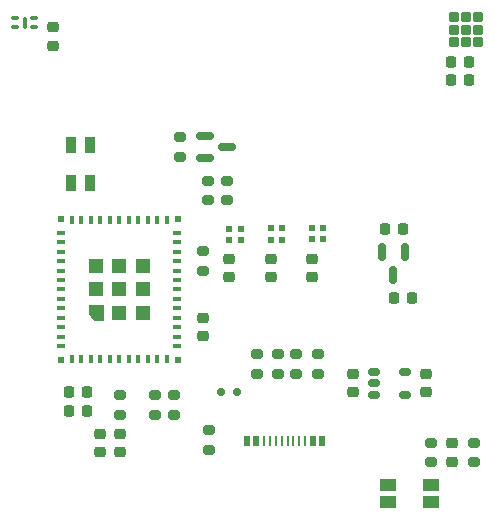
<source format=gbr>
%TF.GenerationSoftware,KiCad,Pcbnew,9.0.1*%
%TF.CreationDate,2025-11-13T12:09:59-06:00*%
%TF.ProjectId,AirCube,41697243-7562-4652-9e6b-696361645f70,rev?*%
%TF.SameCoordinates,Original*%
%TF.FileFunction,Paste,Top*%
%TF.FilePolarity,Positive*%
%FSLAX46Y46*%
G04 Gerber Fmt 4.6, Leading zero omitted, Abs format (unit mm)*
G04 Created by KiCad (PCBNEW 9.0.1) date 2025-11-13 12:09:59*
%MOMM*%
%LPD*%
G01*
G04 APERTURE LIST*
G04 Aperture macros list*
%AMRoundRect*
0 Rectangle with rounded corners*
0 $1 Rounding radius*
0 $2 $3 $4 $5 $6 $7 $8 $9 X,Y pos of 4 corners*
0 Add a 4 corners polygon primitive as box body*
4,1,4,$2,$3,$4,$5,$6,$7,$8,$9,$2,$3,0*
0 Add four circle primitives for the rounded corners*
1,1,$1+$1,$2,$3*
1,1,$1+$1,$4,$5*
1,1,$1+$1,$6,$7*
1,1,$1+$1,$8,$9*
0 Add four rect primitives between the rounded corners*
20,1,$1+$1,$2,$3,$4,$5,0*
20,1,$1+$1,$4,$5,$6,$7,0*
20,1,$1+$1,$6,$7,$8,$9,0*
20,1,$1+$1,$8,$9,$2,$3,0*%
G04 Aperture macros list end*
%ADD10C,0.010000*%
%ADD11RoundRect,0.200000X0.275000X-0.200000X0.275000X0.200000X-0.275000X0.200000X-0.275000X-0.200000X0*%
%ADD12RoundRect,0.225000X0.225000X0.250000X-0.225000X0.250000X-0.225000X-0.250000X0.225000X-0.250000X0*%
%ADD13R,0.320000X0.640000*%
%ADD14R,0.640000X0.320000*%
%ADD15R,1.160000X1.160000*%
%ADD16R,0.560000X0.560000*%
%ADD17R,0.558800X0.558800*%
%ADD18RoundRect,0.100000X0.200000X0.100000X-0.200000X0.100000X-0.200000X-0.100000X0.200000X-0.100000X0*%
%ADD19RoundRect,0.097500X0.097500X0.382500X-0.097500X0.382500X-0.097500X-0.382500X0.097500X-0.382500X0*%
%ADD20RoundRect,0.225000X-0.250000X0.225000X-0.250000X-0.225000X0.250000X-0.225000X0.250000X0.225000X0*%
%ADD21RoundRect,0.200000X-0.275000X0.200000X-0.275000X-0.200000X0.275000X-0.200000X0.275000X0.200000X0*%
%ADD22RoundRect,0.225000X-0.225000X-0.250000X0.225000X-0.250000X0.225000X0.250000X-0.225000X0.250000X0*%
%ADD23RoundRect,0.150000X-0.150000X0.587500X-0.150000X-0.587500X0.150000X-0.587500X0.150000X0.587500X0*%
%ADD24RoundRect,0.150000X-0.150000X-0.200000X0.150000X-0.200000X0.150000X0.200000X-0.150000X0.200000X0*%
%ADD25RoundRect,0.175000X-0.325000X0.175000X-0.325000X-0.175000X0.325000X-0.175000X0.325000X0.175000X0*%
%ADD26R,0.480000X0.920000*%
%ADD27R,0.240000X0.920000*%
%ADD28R,0.812800X1.422400*%
%ADD29RoundRect,0.212500X0.212500X0.212500X-0.212500X0.212500X-0.212500X-0.212500X0.212500X-0.212500X0*%
%ADD30R,1.400000X1.050000*%
%ADD31RoundRect,0.150000X-0.587500X-0.150000X0.587500X-0.150000X0.587500X0.150000X-0.587500X0.150000X0*%
G04 APERTURE END LIST*
D10*
%TO.C,U7*%
X33850000Y-69800000D02*
X33100000Y-69800000D01*
X32600000Y-69300000D01*
X32600000Y-68550000D01*
X33850000Y-68550000D01*
X33850000Y-69800000D01*
G36*
X33850000Y-69800000D02*
G01*
X33100000Y-69800000D01*
X32600000Y-69300000D01*
X32600000Y-68550000D01*
X33850000Y-68550000D01*
X33850000Y-69800000D01*
G37*
%TD*%
D11*
%TO.C,R10*%
X38200000Y-77825000D03*
X38200000Y-76175000D03*
%TD*%
D12*
%TO.C,C15*%
X64800000Y-47900000D03*
X63250000Y-47900000D03*
%TD*%
D13*
%TO.C,U7*%
X31200000Y-73100000D03*
X32000000Y-73100000D03*
X32800000Y-73100000D03*
X33600000Y-73100000D03*
X34400000Y-73100000D03*
X35200000Y-73100000D03*
X36000000Y-73100000D03*
X36800000Y-73100000D03*
X37600000Y-73100000D03*
X38400000Y-73100000D03*
X39200000Y-73100000D03*
D14*
X40100000Y-72000000D03*
X40100000Y-71200000D03*
X40100000Y-70400000D03*
X40100000Y-69600000D03*
X40100000Y-68800000D03*
X40100000Y-68000000D03*
X40100000Y-67200000D03*
X40100000Y-66400000D03*
X40100000Y-65600000D03*
X40100000Y-64800000D03*
X40100000Y-64000000D03*
X40100000Y-63200000D03*
X40100000Y-62400000D03*
D13*
X39200000Y-61300000D03*
X38400000Y-61300000D03*
X37600000Y-61300000D03*
X36800000Y-61300000D03*
X36000000Y-61300000D03*
X35200000Y-61300000D03*
X34400000Y-61300000D03*
X33600000Y-61300000D03*
X32800000Y-61300000D03*
X32000000Y-61300000D03*
X31200000Y-61300000D03*
D14*
X30300000Y-62400000D03*
X30300000Y-63200000D03*
X30300000Y-64000000D03*
X30300000Y-64800000D03*
X30300000Y-65600000D03*
X30300000Y-66400000D03*
X30300000Y-67200000D03*
X30300000Y-68000000D03*
X30300000Y-68800000D03*
X30300000Y-69600000D03*
X30300000Y-70400000D03*
X30300000Y-71200000D03*
X30300000Y-72000000D03*
D15*
X35200000Y-69175000D03*
X37175000Y-69175000D03*
X33225000Y-67200000D03*
X35200000Y-67200000D03*
X37175000Y-67200000D03*
X33225000Y-65225000D03*
X35200000Y-65225000D03*
X37175000Y-65225000D03*
D16*
X30250000Y-61250000D03*
X40150000Y-61250000D03*
X40150000Y-73150000D03*
X30250000Y-73150000D03*
%TD*%
D17*
%TO.C,LED1*%
X44525000Y-62050040D03*
X44525000Y-63000000D03*
X45475000Y-63000000D03*
X45475000Y-62050040D03*
%TD*%
D18*
%TO.C,U10*%
X28000000Y-45000000D03*
X28000000Y-44250000D03*
X26400000Y-44250000D03*
X26400000Y-45000000D03*
D19*
X27200000Y-44625000D03*
%TD*%
D11*
%TO.C,R18*%
X46900000Y-74325000D03*
X46900000Y-72675000D03*
%TD*%
D12*
%TO.C,C14*%
X64800000Y-49500000D03*
X63250000Y-49500000D03*
%TD*%
D20*
%TO.C,C24*%
X51500000Y-64625000D03*
X51500000Y-66175000D03*
%TD*%
D21*
%TO.C,R5*%
X44325000Y-57975000D03*
X44325000Y-59625000D03*
%TD*%
%TO.C,R19*%
X65200000Y-80175000D03*
X65200000Y-81825000D03*
%TD*%
%TO.C,R11*%
X35300000Y-76175000D03*
X35300000Y-77825000D03*
%TD*%
D20*
%TO.C,C13*%
X42300000Y-69625000D03*
X42300000Y-71175000D03*
%TD*%
D22*
%TO.C,C23*%
X57675000Y-62062500D03*
X59225000Y-62062500D03*
%TD*%
D23*
%TO.C,U5*%
X59350000Y-64062500D03*
X57450000Y-64062500D03*
X58400000Y-65937500D03*
%TD*%
D24*
%TO.C,D5*%
X45200000Y-75900000D03*
X43800000Y-75900000D03*
%TD*%
D20*
%TO.C,C17*%
X48050000Y-64599980D03*
X48050000Y-66149980D03*
%TD*%
D21*
%TO.C,R21*%
X48600000Y-72675000D03*
X48600000Y-74325000D03*
%TD*%
D25*
%TO.C,U6*%
X56800000Y-74200000D03*
X56800000Y-75150000D03*
X56800000Y-76100000D03*
X59400000Y-76100000D03*
X59400000Y-74200000D03*
%TD*%
D20*
%TO.C,C12*%
X35300000Y-79425000D03*
X35300000Y-80975000D03*
%TD*%
D26*
%TO.C,P1*%
X45997500Y-80045000D03*
X46797500Y-80045000D03*
D27*
X47947500Y-80045000D03*
X48947500Y-80045000D03*
X49447500Y-80045000D03*
X50447500Y-80045000D03*
D26*
X51597500Y-80045000D03*
X52397500Y-80045000D03*
D27*
X50947500Y-80045000D03*
X49947500Y-80045000D03*
X48447500Y-80045000D03*
X47447500Y-80045000D03*
%TD*%
D22*
%TO.C,C5*%
X58425000Y-67962500D03*
X59975000Y-67962500D03*
%TD*%
D21*
%TO.C,R4*%
X42700000Y-57975000D03*
X42700000Y-59625000D03*
%TD*%
%TO.C,R16*%
X42797500Y-79112500D03*
X42797500Y-80762500D03*
%TD*%
D20*
%TO.C,C16*%
X44500000Y-64599980D03*
X44500000Y-66149980D03*
%TD*%
D28*
%TO.C,S2*%
X31075000Y-58200200D03*
X32725000Y-58200200D03*
X32725000Y-54999800D03*
X31075000Y-54999800D03*
%TD*%
D20*
%TO.C,C32*%
X29590000Y-44995000D03*
X29590000Y-46545000D03*
%TD*%
%TO.C,C27*%
X63400000Y-80225000D03*
X63400000Y-81775000D03*
%TD*%
D21*
%TO.C,R20*%
X61600000Y-80175000D03*
X61600000Y-81825000D03*
%TD*%
%TO.C,R12*%
X42300000Y-63975000D03*
X42300000Y-65625000D03*
%TD*%
D20*
%TO.C,C22*%
X61200000Y-74325000D03*
X61200000Y-75875000D03*
%TD*%
D11*
%TO.C,R1*%
X40300000Y-55950000D03*
X40300000Y-54300000D03*
%TD*%
D29*
%TO.C,U2*%
X63500000Y-44150000D03*
X63500000Y-45200000D03*
X63500000Y-46250000D03*
X64550000Y-46250000D03*
X65600000Y-46250000D03*
X65600000Y-45200000D03*
X65600000Y-44150000D03*
X64550000Y-44150000D03*
X64550000Y-45200000D03*
%TD*%
D30*
%TO.C,S3*%
X57975000Y-83775000D03*
X61575000Y-83775000D03*
X57975000Y-85225000D03*
X61575000Y-85225000D03*
%TD*%
D11*
%TO.C,R17*%
X52000000Y-74325000D03*
X52000000Y-72675000D03*
%TD*%
D20*
%TO.C,C10*%
X33600000Y-79425000D03*
X33600000Y-80975000D03*
%TD*%
%TO.C,C21*%
X55000000Y-74325000D03*
X55000000Y-75875000D03*
%TD*%
D31*
%TO.C,Q1*%
X42425000Y-54175000D03*
X42425000Y-56075000D03*
X44300000Y-55125000D03*
%TD*%
D12*
%TO.C,C9*%
X32475000Y-75900000D03*
X30925000Y-75900000D03*
%TD*%
D17*
%TO.C,LED2*%
X48050000Y-62025020D03*
X48050000Y-62974980D03*
X49000000Y-62974980D03*
X49000000Y-62025020D03*
%TD*%
%TO.C,LED3*%
X51525000Y-62000000D03*
X51525000Y-62949960D03*
X52475000Y-62949960D03*
X52475000Y-62000000D03*
%TD*%
D11*
%TO.C,R22*%
X50200000Y-74325000D03*
X50200000Y-72675000D03*
%TD*%
D12*
%TO.C,C11*%
X32475000Y-77500000D03*
X30925000Y-77500000D03*
%TD*%
D11*
%TO.C,R9*%
X39800000Y-77825000D03*
X39800000Y-76175000D03*
%TD*%
M02*

</source>
